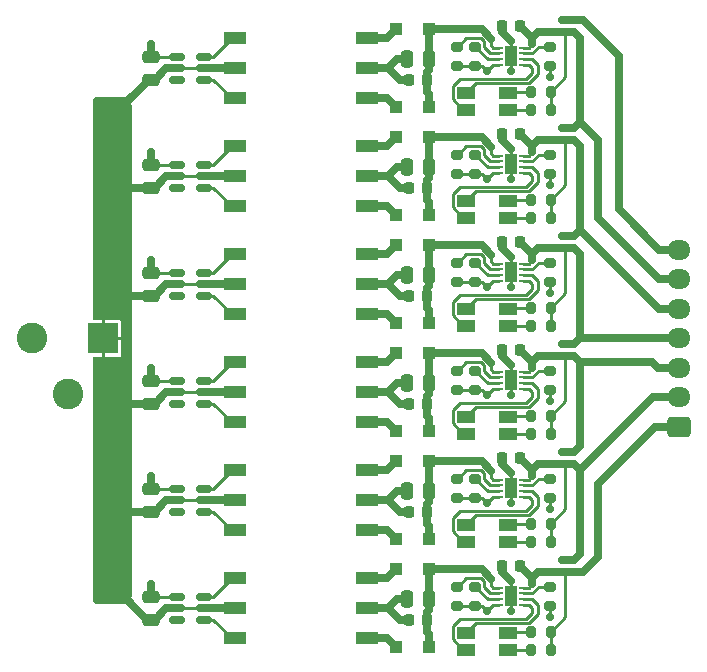
<source format=gtl>
%TF.GenerationSoftware,KiCad,Pcbnew,7.0.11+dfsg-1build4*%
%TF.CreationDate,2024-07-23T19:21:24-07:00*%
%TF.ProjectId,6s_750mA,36735f37-3530-46d4-912e-6b696361645f,rev?*%
%TF.SameCoordinates,Original*%
%TF.FileFunction,Copper,L1,Top*%
%TF.FilePolarity,Positive*%
%FSLAX46Y46*%
G04 Gerber Fmt 4.6, Leading zero omitted, Abs format (unit mm)*
G04 Created by KiCad (PCBNEW 7.0.11+dfsg-1build4) date 2024-07-23 19:21:24*
%MOMM*%
%LPD*%
G01*
G04 APERTURE LIST*
G04 Aperture macros list*
%AMRoundRect*
0 Rectangle with rounded corners*
0 $1 Rounding radius*
0 $2 $3 $4 $5 $6 $7 $8 $9 X,Y pos of 4 corners*
0 Add a 4 corners polygon primitive as box body*
4,1,4,$2,$3,$4,$5,$6,$7,$8,$9,$2,$3,0*
0 Add four circle primitives for the rounded corners*
1,1,$1+$1,$2,$3*
1,1,$1+$1,$4,$5*
1,1,$1+$1,$6,$7*
1,1,$1+$1,$8,$9*
0 Add four rect primitives between the rounded corners*
20,1,$1+$1,$2,$3,$4,$5,0*
20,1,$1+$1,$4,$5,$6,$7,0*
20,1,$1+$1,$6,$7,$8,$9,0*
20,1,$1+$1,$8,$9,$2,$3,0*%
G04 Aperture macros list end*
%TA.AperFunction,SMDPad,CuDef*%
%ADD10RoundRect,0.200000X-0.275000X0.200000X-0.275000X-0.200000X0.275000X-0.200000X0.275000X0.200000X0*%
%TD*%
%TA.AperFunction,SMDPad,CuDef*%
%ADD11RoundRect,0.150000X0.512500X0.150000X-0.512500X0.150000X-0.512500X-0.150000X0.512500X-0.150000X0*%
%TD*%
%TA.AperFunction,SMDPad,CuDef*%
%ADD12R,0.711200X0.279400*%
%TD*%
%TA.AperFunction,SMDPad,CuDef*%
%ADD13R,0.990600X1.701800*%
%TD*%
%TA.AperFunction,SMDPad,CuDef*%
%ADD14RoundRect,0.200000X0.200000X0.275000X-0.200000X0.275000X-0.200000X-0.275000X0.200000X-0.275000X0*%
%TD*%
%TA.AperFunction,SMDPad,CuDef*%
%ADD15R,1.500000X1.000000*%
%TD*%
%TA.AperFunction,SMDPad,CuDef*%
%ADD16R,1.830000X1.090000*%
%TD*%
%TA.AperFunction,SMDPad,CuDef*%
%ADD17RoundRect,0.054500X-0.860500X-0.490500X0.860500X-0.490500X0.860500X0.490500X-0.860500X0.490500X0*%
%TD*%
%TA.AperFunction,SMDPad,CuDef*%
%ADD18RoundRect,0.250000X0.300000X0.300000X-0.300000X0.300000X-0.300000X-0.300000X0.300000X-0.300000X0*%
%TD*%
%TA.AperFunction,SMDPad,CuDef*%
%ADD19RoundRect,0.250000X0.250000X0.475000X-0.250000X0.475000X-0.250000X-0.475000X0.250000X-0.475000X0*%
%TD*%
%TA.AperFunction,ComponentPad*%
%ADD20RoundRect,0.250000X0.725000X-0.600000X0.725000X0.600000X-0.725000X0.600000X-0.725000X-0.600000X0*%
%TD*%
%TA.AperFunction,ComponentPad*%
%ADD21O,1.950000X1.700000*%
%TD*%
%TA.AperFunction,SMDPad,CuDef*%
%ADD22RoundRect,0.225000X0.225000X0.250000X-0.225000X0.250000X-0.225000X-0.250000X0.225000X-0.250000X0*%
%TD*%
%TA.AperFunction,SMDPad,CuDef*%
%ADD23RoundRect,0.250000X0.475000X-0.250000X0.475000X0.250000X-0.475000X0.250000X-0.475000X-0.250000X0*%
%TD*%
%TA.AperFunction,ComponentPad*%
%ADD24R,2.600000X2.600000*%
%TD*%
%TA.AperFunction,ComponentPad*%
%ADD25C,2.600000*%
%TD*%
%TA.AperFunction,ViaPad*%
%ADD26C,0.711200*%
%TD*%
%TA.AperFunction,Conductor*%
%ADD27C,0.635000*%
%TD*%
%TA.AperFunction,Conductor*%
%ADD28C,0.254000*%
%TD*%
%TA.AperFunction,Conductor*%
%ADD29C,0.203200*%
%TD*%
G04 APERTURE END LIST*
D10*
%TO.P,R3,1*%
%TO.N,Net-(U2-VSET)*%
X185420000Y-108395000D03*
%TO.P,R3,2*%
%TO.N,/charger0/Vo-*%
X185420000Y-110045000D03*
%TD*%
D11*
%TO.P,U9,1,D1*%
%TO.N,Net-(U9-D1)*%
X156077500Y-74610000D03*
%TO.P,U9,2,VCC*%
%TO.N,+5V*%
X156077500Y-73660000D03*
%TO.P,U9,3,D2*%
%TO.N,Net-(U9-D2)*%
X156077500Y-72710000D03*
%TO.P,U9,4,GND*%
%TO.N,GND*%
X153802500Y-72710000D03*
%TO.P,U9,5,EN*%
%TO.N,+5V*%
X153802500Y-73660000D03*
%TO.P,U9,6,CLK*%
%TO.N,unconnected-(U9-CLK-Pad6)*%
X153802500Y-74610000D03*
%TD*%
D12*
%TO.P,U12,1,IN*%
%TO.N,Net-(D16-K)*%
X181114700Y-62749811D03*
%TO.P,U12,2,ISET*%
%TO.N,Net-(U12-ISET)*%
X181114700Y-63249937D03*
%TO.P,U12,3,TS*%
%TO.N,Net-(U12-TS)*%
X181114700Y-63750063D03*
%TO.P,U12,4,GND*%
%TO.N,/charger5/Vo-*%
X181114700Y-64250189D03*
%TO.P,U12,5,STAT*%
%TO.N,/charger5/STAT*%
X183121300Y-64250189D03*
%TO.P,U12,6,PG*%
%TO.N,/charger5/PG*%
X183121300Y-63750063D03*
%TO.P,U12,7,VSET*%
%TO.N,Net-(U12-VSET)*%
X183121300Y-63249937D03*
%TO.P,U12,8,OUT*%
%TO.N,/charger4/Vo-*%
X183121300Y-62749811D03*
D13*
%TO.P,U12,9,EPAD*%
%TO.N,/charger5/Vo-*%
X182118000Y-63500000D03*
%TD*%
D14*
%TO.P,R29,1*%
%TO.N,/charger4/Vo-*%
X185483000Y-66548000D03*
%TO.P,R29,2*%
%TO.N,Net-(D18-A2)*%
X183833000Y-66548000D03*
%TD*%
D15*
%TO.P,D9,1,A1*%
%TO.N,Net-(D9-A1)*%
X181836000Y-95442000D03*
%TO.P,D9,2,A2*%
%TO.N,Net-(D9-A2)*%
X181836000Y-94042000D03*
%TO.P,D9,3,K1*%
%TO.N,/charger2/PG*%
X178336000Y-94042000D03*
%TO.P,D9,4,K2*%
%TO.N,/charger2/STAT*%
X178336000Y-95442000D03*
%TD*%
D16*
%TO.P,TR5,1*%
%TO.N,Net-(U9-D2)*%
X158718000Y-71120000D03*
D17*
%TO.P,TR5,2*%
%TO.N,+5V*%
X158718000Y-73660000D03*
%TO.P,TR5,3*%
%TO.N,Net-(U9-D1)*%
X158718000Y-76200000D03*
%TO.P,TR5,4*%
%TO.N,Net-(D13-A)*%
X169958000Y-76200000D03*
%TO.P,TR5,5*%
%TO.N,/charger4/Vo-*%
X169958000Y-73660000D03*
%TO.P,TR5,6*%
%TO.N,Net-(D14-A)*%
X169958000Y-71120000D03*
%TD*%
D18*
%TO.P,D17,1,K*%
%TO.N,Net-(D16-K)*%
X175136000Y-61214000D03*
%TO.P,D17,2,A*%
%TO.N,Net-(D17-A)*%
X172336000Y-61214000D03*
%TD*%
D19*
%TO.P,C6,1*%
%TO.N,Net-(D4-K)*%
X175194000Y-100330000D03*
%TO.P,C6,2*%
%TO.N,/charger1/Vo-*%
X173294000Y-100330000D03*
%TD*%
D20*
%TO.P,J2,1,Pin_1*%
%TO.N,/charger0/Vo+*%
X196342000Y-94876000D03*
D21*
%TO.P,J2,2,Pin_2*%
%TO.N,/charger0/Vo-*%
X196342000Y-92376000D03*
%TO.P,J2,3,Pin_3*%
%TO.N,/charger1/Vo-*%
X196342000Y-89876000D03*
%TO.P,J2,4,Pin_4*%
%TO.N,/charger2/Vo-*%
X196342000Y-87376000D03*
%TO.P,J2,5,Pin_5*%
%TO.N,/charger3/Vo-*%
X196342000Y-84876000D03*
%TO.P,J2,6,Pin_6*%
%TO.N,/charger4/Vo-*%
X196342000Y-82376000D03*
%TO.P,J2,7,Pin_7*%
%TO.N,/charger5/Vo-*%
X196342000Y-79876000D03*
%TD*%
D16*
%TO.P,TR2,1*%
%TO.N,Net-(U3-D2)*%
X158718000Y-98552000D03*
D17*
%TO.P,TR2,2*%
%TO.N,+5V*%
X158718000Y-101092000D03*
%TO.P,TR2,3*%
%TO.N,Net-(U3-D1)*%
X158718000Y-103632000D03*
%TO.P,TR2,4*%
%TO.N,Net-(D4-A)*%
X169958000Y-103632000D03*
%TO.P,TR2,5*%
%TO.N,/charger1/Vo-*%
X169958000Y-101092000D03*
%TO.P,TR2,6*%
%TO.N,Net-(D5-A)*%
X169958000Y-98552000D03*
%TD*%
D11*
%TO.P,U7,1,D1*%
%TO.N,Net-(U7-D1)*%
X156077500Y-83754000D03*
%TO.P,U7,2,VCC*%
%TO.N,+5V*%
X156077500Y-82804000D03*
%TO.P,U7,3,D2*%
%TO.N,Net-(U7-D2)*%
X156077500Y-81854000D03*
%TO.P,U7,4,GND*%
%TO.N,GND*%
X153802500Y-81854000D03*
%TO.P,U7,5,EN*%
%TO.N,+5V*%
X153802500Y-82804000D03*
%TO.P,U7,6,CLK*%
%TO.N,unconnected-(U7-CLK-Pad6)*%
X153802500Y-83754000D03*
%TD*%
D18*
%TO.P,D1,1,K*%
%TO.N,Net-(D1-K)*%
X175136000Y-113538000D03*
%TO.P,D1,2,A*%
%TO.N,Net-(D1-A)*%
X172336000Y-113538000D03*
%TD*%
D19*
%TO.P,C2,1*%
%TO.N,Net-(D1-K)*%
X175194000Y-109474000D03*
%TO.P,C2,2*%
%TO.N,/charger0/Vo-*%
X173294000Y-109474000D03*
%TD*%
D18*
%TO.P,D11,1,K*%
%TO.N,Net-(D10-K)*%
X175136000Y-79502000D03*
%TO.P,D11,2,A*%
%TO.N,Net-(D11-A)*%
X172336000Y-79502000D03*
%TD*%
D10*
%TO.P,R7,1*%
%TO.N,Net-(U4-TS)*%
X179070000Y-99251000D03*
%TO.P,R7,2*%
%TO.N,/charger1/Vo-*%
X179070000Y-100901000D03*
%TD*%
D22*
%TO.P,C15,1*%
%TO.N,Net-(D10-K)*%
X175019000Y-83820000D03*
%TO.P,C15,2*%
%TO.N,/charger3/Vo-*%
X173469000Y-83820000D03*
%TD*%
%TO.P,C4,1*%
%TO.N,/charger0/Vo+*%
X182893000Y-106680000D03*
%TO.P,C4,2*%
%TO.N,/charger0/Vo-*%
X181343000Y-106680000D03*
%TD*%
D10*
%TO.P,R13,1*%
%TO.N,Net-(U6-VSET)*%
X185420000Y-90107000D03*
%TO.P,R13,2*%
%TO.N,/charger2/Vo-*%
X185420000Y-91757000D03*
%TD*%
D12*
%TO.P,U8,1,IN*%
%TO.N,Net-(D10-K)*%
X181114700Y-81037811D03*
%TO.P,U8,2,ISET*%
%TO.N,Net-(U8-ISET)*%
X181114700Y-81537937D03*
%TO.P,U8,3,TS*%
%TO.N,Net-(U8-TS)*%
X181114700Y-82038063D03*
%TO.P,U8,4,GND*%
%TO.N,/charger3/Vo-*%
X181114700Y-82538189D03*
%TO.P,U8,5,STAT*%
%TO.N,/charger3/STAT*%
X183121300Y-82538189D03*
%TO.P,U8,6,PG*%
%TO.N,/charger3/PG*%
X183121300Y-82038063D03*
%TO.P,U8,7,VSET*%
%TO.N,Net-(U8-VSET)*%
X183121300Y-81537937D03*
%TO.P,U8,8,OUT*%
%TO.N,/charger2/Vo-*%
X183121300Y-81037811D03*
D13*
%TO.P,U8,9,EPAD*%
%TO.N,/charger3/Vo-*%
X182118000Y-81788000D03*
%TD*%
D23*
%TO.P,C9,1*%
%TO.N,+5V*%
X151638000Y-92898000D03*
%TO.P,C9,2*%
%TO.N,GND*%
X151638000Y-90998000D03*
%TD*%
D16*
%TO.P,TR6,1*%
%TO.N,Net-(U11-D2)*%
X158718000Y-61976000D03*
D17*
%TO.P,TR6,2*%
%TO.N,+5V*%
X158718000Y-64516000D03*
%TO.P,TR6,3*%
%TO.N,Net-(U11-D1)*%
X158718000Y-67056000D03*
%TO.P,TR6,4*%
%TO.N,Net-(D16-A)*%
X169958000Y-67056000D03*
%TO.P,TR6,5*%
%TO.N,/charger5/Vo-*%
X169958000Y-64516000D03*
%TO.P,TR6,6*%
%TO.N,Net-(D17-A)*%
X169958000Y-61976000D03*
%TD*%
D22*
%TO.P,C12,1*%
%TO.N,/charger1/Vo-*%
X182893000Y-88392000D03*
%TO.P,C12,2*%
%TO.N,/charger2/Vo-*%
X181343000Y-88392000D03*
%TD*%
D23*
%TO.P,C13,1*%
%TO.N,+5V*%
X151638000Y-83754000D03*
%TO.P,C13,2*%
%TO.N,GND*%
X151638000Y-81854000D03*
%TD*%
D14*
%TO.P,R25,1*%
%TO.N,/charger3/Vo-*%
X185483000Y-77216000D03*
%TO.P,R25,2*%
%TO.N,Net-(D15-A1)*%
X183833000Y-77216000D03*
%TD*%
D18*
%TO.P,D8,1,K*%
%TO.N,Net-(D7-K)*%
X175136000Y-88646000D03*
%TO.P,D8,2,A*%
%TO.N,Net-(D8-A)*%
X172336000Y-88646000D03*
%TD*%
D15*
%TO.P,D12,1,A1*%
%TO.N,Net-(D12-A1)*%
X181836000Y-86298000D03*
%TO.P,D12,2,A2*%
%TO.N,Net-(D12-A2)*%
X181836000Y-84898000D03*
%TO.P,D12,3,K1*%
%TO.N,/charger3/PG*%
X178336000Y-84898000D03*
%TO.P,D12,4,K2*%
%TO.N,/charger3/STAT*%
X178336000Y-86298000D03*
%TD*%
D19*
%TO.P,C22,1*%
%TO.N,Net-(D16-K)*%
X175194000Y-63754000D03*
%TO.P,C22,2*%
%TO.N,/charger5/Vo-*%
X173294000Y-63754000D03*
%TD*%
D15*
%TO.P,D6,1,A1*%
%TO.N,Net-(D6-A1)*%
X181836000Y-104586000D03*
%TO.P,D6,2,A2*%
%TO.N,Net-(D6-A2)*%
X181836000Y-103186000D03*
%TO.P,D6,3,K1*%
%TO.N,/charger1/PG*%
X178336000Y-103186000D03*
%TO.P,D6,4,K2*%
%TO.N,/charger1/STAT*%
X178336000Y-104586000D03*
%TD*%
D11*
%TO.P,U1,1,D1*%
%TO.N,Net-(U1-D1)*%
X156077500Y-111186000D03*
%TO.P,U1,2,VCC*%
%TO.N,+5V*%
X156077500Y-110236000D03*
%TO.P,U1,3,D2*%
%TO.N,Net-(U1-D2)*%
X156077500Y-109286000D03*
%TO.P,U1,4,GND*%
%TO.N,GND*%
X153802500Y-109286000D03*
%TO.P,U1,5,EN*%
%TO.N,+5V*%
X153802500Y-110236000D03*
%TO.P,U1,6,CLK*%
%TO.N,unconnected-(U1-CLK-Pad6)*%
X153802500Y-111186000D03*
%TD*%
%TO.P,U11,1,D1*%
%TO.N,Net-(U11-D1)*%
X156077500Y-65466000D03*
%TO.P,U11,2,VCC*%
%TO.N,+5V*%
X156077500Y-64516000D03*
%TO.P,U11,3,D2*%
%TO.N,Net-(U11-D2)*%
X156077500Y-63566000D03*
%TO.P,U11,4,GND*%
%TO.N,GND*%
X153802500Y-63566000D03*
%TO.P,U11,5,EN*%
%TO.N,+5V*%
X153802500Y-64516000D03*
%TO.P,U11,6,CLK*%
%TO.N,unconnected-(U11-CLK-Pad6)*%
X153802500Y-65466000D03*
%TD*%
D16*
%TO.P,TR3,1*%
%TO.N,Net-(U5-D2)*%
X158718000Y-89408000D03*
D17*
%TO.P,TR3,2*%
%TO.N,+5V*%
X158718000Y-91948000D03*
%TO.P,TR3,3*%
%TO.N,Net-(U5-D1)*%
X158718000Y-94488000D03*
%TO.P,TR3,4*%
%TO.N,Net-(D7-A)*%
X169958000Y-94488000D03*
%TO.P,TR3,5*%
%TO.N,/charger2/Vo-*%
X169958000Y-91948000D03*
%TO.P,TR3,6*%
%TO.N,Net-(D8-A)*%
X169958000Y-89408000D03*
%TD*%
D23*
%TO.P,C1,1*%
%TO.N,+5V*%
X151638000Y-111186000D03*
%TO.P,C1,2*%
%TO.N,GND*%
X151638000Y-109286000D03*
%TD*%
D14*
%TO.P,R9,1*%
%TO.N,/charger0/Vo-*%
X185483000Y-103124000D03*
%TO.P,R9,2*%
%TO.N,Net-(D6-A2)*%
X183833000Y-103124000D03*
%TD*%
D22*
%TO.P,C24,1*%
%TO.N,/charger4/Vo-*%
X182893000Y-60960000D03*
%TO.P,C24,2*%
%TO.N,/charger5/Vo-*%
X181343000Y-60960000D03*
%TD*%
D18*
%TO.P,D14,1,K*%
%TO.N,Net-(D13-K)*%
X175136000Y-70358000D03*
%TO.P,D14,2,A*%
%TO.N,Net-(D14-A)*%
X172336000Y-70358000D03*
%TD*%
D12*
%TO.P,U4,1,IN*%
%TO.N,Net-(D4-K)*%
X181114700Y-99325811D03*
%TO.P,U4,2,ISET*%
%TO.N,Net-(U4-ISET)*%
X181114700Y-99825937D03*
%TO.P,U4,3,TS*%
%TO.N,Net-(U4-TS)*%
X181114700Y-100326063D03*
%TO.P,U4,4,GND*%
%TO.N,/charger1/Vo-*%
X181114700Y-100826189D03*
%TO.P,U4,5,STAT*%
%TO.N,/charger1/STAT*%
X183121300Y-100826189D03*
%TO.P,U4,6,PG*%
%TO.N,/charger1/PG*%
X183121300Y-100326063D03*
%TO.P,U4,7,VSET*%
%TO.N,Net-(U4-VSET)*%
X183121300Y-99825937D03*
%TO.P,U4,8,OUT*%
%TO.N,/charger0/Vo-*%
X183121300Y-99325811D03*
D13*
%TO.P,U4,9,EPAD*%
%TO.N,/charger1/Vo-*%
X182118000Y-100076000D03*
%TD*%
D19*
%TO.P,C14,1*%
%TO.N,Net-(D10-K)*%
X175194000Y-82042000D03*
%TO.P,C14,2*%
%TO.N,/charger3/Vo-*%
X173294000Y-82042000D03*
%TD*%
D24*
%TO.P,J1,1*%
%TO.N,+5V*%
X147574000Y-87376000D03*
D25*
%TO.P,J1,2*%
%TO.N,GND*%
X141574000Y-87376000D03*
%TO.P,J1,3*%
X144574000Y-92076000D03*
%TD*%
D10*
%TO.P,R8,1*%
%TO.N,Net-(U4-VSET)*%
X185420000Y-99251000D03*
%TO.P,R8,2*%
%TO.N,/charger1/Vo-*%
X185420000Y-100901000D03*
%TD*%
D18*
%TO.P,D4,1,K*%
%TO.N,Net-(D4-K)*%
X175136000Y-104394000D03*
%TO.P,D4,2,A*%
%TO.N,Net-(D4-A)*%
X172336000Y-104394000D03*
%TD*%
D10*
%TO.P,R16,1*%
%TO.N,Net-(U8-ISET)*%
X177546000Y-80963000D03*
%TO.P,R16,2*%
%TO.N,/charger3/Vo-*%
X177546000Y-82613000D03*
%TD*%
D15*
%TO.P,D15,1,A1*%
%TO.N,Net-(D15-A1)*%
X181836000Y-77154000D03*
%TO.P,D15,2,A2*%
%TO.N,Net-(D15-A2)*%
X181836000Y-75754000D03*
%TO.P,D15,3,K1*%
%TO.N,/charger4/PG*%
X178336000Y-75754000D03*
%TO.P,D15,4,K2*%
%TO.N,/charger4/STAT*%
X178336000Y-77154000D03*
%TD*%
D10*
%TO.P,R12,1*%
%TO.N,Net-(U6-TS)*%
X179070000Y-90107000D03*
%TO.P,R12,2*%
%TO.N,/charger2/Vo-*%
X179070000Y-91757000D03*
%TD*%
%TO.P,R2,1*%
%TO.N,Net-(U2-TS)*%
X179070000Y-108395000D03*
%TO.P,R2,2*%
%TO.N,/charger0/Vo-*%
X179070000Y-110045000D03*
%TD*%
D18*
%TO.P,D2,1,K*%
%TO.N,Net-(D1-K)*%
X175136000Y-106934000D03*
%TO.P,D2,2,A*%
%TO.N,Net-(D2-A)*%
X172336000Y-106934000D03*
%TD*%
D14*
%TO.P,R5,1*%
%TO.N,/charger0/Vo+*%
X185483000Y-113792000D03*
%TO.P,R5,2*%
%TO.N,Net-(D3-A1)*%
X183833000Y-113792000D03*
%TD*%
D23*
%TO.P,C17,1*%
%TO.N,+5V*%
X151638000Y-74610000D03*
%TO.P,C17,2*%
%TO.N,GND*%
X151638000Y-72710000D03*
%TD*%
D22*
%TO.P,C19,1*%
%TO.N,Net-(D13-K)*%
X175019000Y-74676000D03*
%TO.P,C19,2*%
%TO.N,/charger4/Vo-*%
X173469000Y-74676000D03*
%TD*%
D11*
%TO.P,U5,1,D1*%
%TO.N,Net-(U5-D1)*%
X156077500Y-92898000D03*
%TO.P,U5,2,VCC*%
%TO.N,+5V*%
X156077500Y-91948000D03*
%TO.P,U5,3,D2*%
%TO.N,Net-(U5-D2)*%
X156077500Y-90998000D03*
%TO.P,U5,4,GND*%
%TO.N,GND*%
X153802500Y-90998000D03*
%TO.P,U5,5,EN*%
%TO.N,+5V*%
X153802500Y-91948000D03*
%TO.P,U5,6,CLK*%
%TO.N,unconnected-(U5-CLK-Pad6)*%
X153802500Y-92898000D03*
%TD*%
D10*
%TO.P,R21,1*%
%TO.N,Net-(U10-ISET)*%
X177546000Y-71819000D03*
%TO.P,R21,2*%
%TO.N,/charger4/Vo-*%
X177546000Y-73469000D03*
%TD*%
D14*
%TO.P,R4,1*%
%TO.N,/charger0/Vo+*%
X185483000Y-112268000D03*
%TO.P,R4,2*%
%TO.N,Net-(D3-A2)*%
X183833000Y-112268000D03*
%TD*%
D18*
%TO.P,D10,1,K*%
%TO.N,Net-(D10-K)*%
X175136000Y-86106000D03*
%TO.P,D10,2,A*%
%TO.N,Net-(D10-A)*%
X172336000Y-86106000D03*
%TD*%
D10*
%TO.P,R1,1*%
%TO.N,Net-(U2-ISET)*%
X177546000Y-108395000D03*
%TO.P,R1,2*%
%TO.N,/charger0/Vo-*%
X177546000Y-110045000D03*
%TD*%
D14*
%TO.P,R24,1*%
%TO.N,/charger3/Vo-*%
X185483000Y-75692000D03*
%TO.P,R24,2*%
%TO.N,Net-(D15-A2)*%
X183833000Y-75692000D03*
%TD*%
D10*
%TO.P,R18,1*%
%TO.N,Net-(U8-VSET)*%
X185420000Y-80963000D03*
%TO.P,R18,2*%
%TO.N,/charger3/Vo-*%
X185420000Y-82613000D03*
%TD*%
D23*
%TO.P,C21,1*%
%TO.N,+5V*%
X151638000Y-65466000D03*
%TO.P,C21,2*%
%TO.N,GND*%
X151638000Y-63566000D03*
%TD*%
D14*
%TO.P,R10,1*%
%TO.N,/charger0/Vo-*%
X185483000Y-104648000D03*
%TO.P,R10,2*%
%TO.N,Net-(D6-A1)*%
X183833000Y-104648000D03*
%TD*%
D22*
%TO.P,C23,1*%
%TO.N,Net-(D16-K)*%
X175019000Y-65532000D03*
%TO.P,C23,2*%
%TO.N,/charger5/Vo-*%
X173469000Y-65532000D03*
%TD*%
D12*
%TO.P,U10,1,IN*%
%TO.N,Net-(D13-K)*%
X181114700Y-71893811D03*
%TO.P,U10,2,ISET*%
%TO.N,Net-(U10-ISET)*%
X181114700Y-72393937D03*
%TO.P,U10,3,TS*%
%TO.N,Net-(U10-TS)*%
X181114700Y-72894063D03*
%TO.P,U10,4,GND*%
%TO.N,/charger4/Vo-*%
X181114700Y-73394189D03*
%TO.P,U10,5,STAT*%
%TO.N,/charger4/STAT*%
X183121300Y-73394189D03*
%TO.P,U10,6,PG*%
%TO.N,/charger4/PG*%
X183121300Y-72894063D03*
%TO.P,U10,7,VSET*%
%TO.N,Net-(U10-VSET)*%
X183121300Y-72393937D03*
%TO.P,U10,8,OUT*%
%TO.N,/charger3/Vo-*%
X183121300Y-71893811D03*
D13*
%TO.P,U10,9,EPAD*%
%TO.N,/charger4/Vo-*%
X182118000Y-72644000D03*
%TD*%
D14*
%TO.P,R15,1*%
%TO.N,/charger1/Vo-*%
X185483000Y-95504000D03*
%TO.P,R15,2*%
%TO.N,Net-(D9-A1)*%
X183833000Y-95504000D03*
%TD*%
D22*
%TO.P,C7,1*%
%TO.N,Net-(D4-K)*%
X175019000Y-102108000D03*
%TO.P,C7,2*%
%TO.N,/charger1/Vo-*%
X173469000Y-102108000D03*
%TD*%
%TO.P,C8,1*%
%TO.N,/charger0/Vo-*%
X182893000Y-97536000D03*
%TO.P,C8,2*%
%TO.N,/charger1/Vo-*%
X181343000Y-97536000D03*
%TD*%
D11*
%TO.P,U3,1,D1*%
%TO.N,Net-(U3-D1)*%
X156077500Y-102042000D03*
%TO.P,U3,2,VCC*%
%TO.N,+5V*%
X156077500Y-101092000D03*
%TO.P,U3,3,D2*%
%TO.N,Net-(U3-D2)*%
X156077500Y-100142000D03*
%TO.P,U3,4,GND*%
%TO.N,GND*%
X153802500Y-100142000D03*
%TO.P,U3,5,EN*%
%TO.N,+5V*%
X153802500Y-101092000D03*
%TO.P,U3,6,CLK*%
%TO.N,unconnected-(U3-CLK-Pad6)*%
X153802500Y-102042000D03*
%TD*%
D18*
%TO.P,D13,1,K*%
%TO.N,Net-(D13-K)*%
X175136000Y-76962000D03*
%TO.P,D13,2,A*%
%TO.N,Net-(D13-A)*%
X172336000Y-76962000D03*
%TD*%
D22*
%TO.P,C11,1*%
%TO.N,Net-(D7-K)*%
X175019000Y-92964000D03*
%TO.P,C11,2*%
%TO.N,/charger2/Vo-*%
X173469000Y-92964000D03*
%TD*%
D10*
%TO.P,R28,1*%
%TO.N,Net-(U12-VSET)*%
X185420000Y-62675000D03*
%TO.P,R28,2*%
%TO.N,/charger5/Vo-*%
X185420000Y-64325000D03*
%TD*%
D22*
%TO.P,C3,1*%
%TO.N,Net-(D1-K)*%
X175019000Y-111252000D03*
%TO.P,C3,2*%
%TO.N,/charger0/Vo-*%
X173469000Y-111252000D03*
%TD*%
%TO.P,C16,1*%
%TO.N,/charger2/Vo-*%
X182893000Y-79248000D03*
%TO.P,C16,2*%
%TO.N,/charger3/Vo-*%
X181343000Y-79248000D03*
%TD*%
D10*
%TO.P,R26,1*%
%TO.N,Net-(U12-ISET)*%
X177546000Y-62675000D03*
%TO.P,R26,2*%
%TO.N,/charger5/Vo-*%
X177546000Y-64325000D03*
%TD*%
%TO.P,R22,1*%
%TO.N,Net-(U10-TS)*%
X179070000Y-71819000D03*
%TO.P,R22,2*%
%TO.N,/charger4/Vo-*%
X179070000Y-73469000D03*
%TD*%
%TO.P,R17,1*%
%TO.N,Net-(U8-TS)*%
X179070000Y-80963000D03*
%TO.P,R17,2*%
%TO.N,/charger3/Vo-*%
X179070000Y-82613000D03*
%TD*%
D19*
%TO.P,C18,1*%
%TO.N,Net-(D13-K)*%
X175194000Y-72898000D03*
%TO.P,C18,2*%
%TO.N,/charger4/Vo-*%
X173294000Y-72898000D03*
%TD*%
D14*
%TO.P,R30,1*%
%TO.N,/charger4/Vo-*%
X185483000Y-68072000D03*
%TO.P,R30,2*%
%TO.N,Net-(D18-A1)*%
X183833000Y-68072000D03*
%TD*%
D10*
%TO.P,R23,1*%
%TO.N,Net-(U10-VSET)*%
X185420000Y-71819000D03*
%TO.P,R23,2*%
%TO.N,/charger4/Vo-*%
X185420000Y-73469000D03*
%TD*%
D15*
%TO.P,D18,1,A1*%
%TO.N,Net-(D18-A1)*%
X181836000Y-68010000D03*
%TO.P,D18,2,A2*%
%TO.N,Net-(D18-A2)*%
X181836000Y-66610000D03*
%TO.P,D18,3,K1*%
%TO.N,/charger5/PG*%
X178336000Y-66610000D03*
%TO.P,D18,4,K2*%
%TO.N,/charger5/STAT*%
X178336000Y-68010000D03*
%TD*%
D18*
%TO.P,D7,1,K*%
%TO.N,Net-(D7-K)*%
X175136000Y-95250000D03*
%TO.P,D7,2,A*%
%TO.N,Net-(D7-A)*%
X172336000Y-95250000D03*
%TD*%
D23*
%TO.P,C5,1*%
%TO.N,+5V*%
X151638000Y-102042000D03*
%TO.P,C5,2*%
%TO.N,GND*%
X151638000Y-100142000D03*
%TD*%
D14*
%TO.P,R14,1*%
%TO.N,/charger1/Vo-*%
X185483000Y-93980000D03*
%TO.P,R14,2*%
%TO.N,Net-(D9-A2)*%
X183833000Y-93980000D03*
%TD*%
D16*
%TO.P,TR4,1*%
%TO.N,Net-(U7-D2)*%
X158718000Y-80264000D03*
D17*
%TO.P,TR4,2*%
%TO.N,+5V*%
X158718000Y-82804000D03*
%TO.P,TR4,3*%
%TO.N,Net-(U7-D1)*%
X158718000Y-85344000D03*
%TO.P,TR4,4*%
%TO.N,Net-(D10-A)*%
X169958000Y-85344000D03*
%TO.P,TR4,5*%
%TO.N,/charger3/Vo-*%
X169958000Y-82804000D03*
%TO.P,TR4,6*%
%TO.N,Net-(D11-A)*%
X169958000Y-80264000D03*
%TD*%
D18*
%TO.P,D16,1,K*%
%TO.N,Net-(D16-K)*%
X175136000Y-67818000D03*
%TO.P,D16,2,A*%
%TO.N,Net-(D16-A)*%
X172336000Y-67818000D03*
%TD*%
D19*
%TO.P,C10,1*%
%TO.N,Net-(D7-K)*%
X175194000Y-91186000D03*
%TO.P,C10,2*%
%TO.N,/charger2/Vo-*%
X173294000Y-91186000D03*
%TD*%
D18*
%TO.P,D5,1,K*%
%TO.N,Net-(D4-K)*%
X175136000Y-97790000D03*
%TO.P,D5,2,A*%
%TO.N,Net-(D5-A)*%
X172336000Y-97790000D03*
%TD*%
D14*
%TO.P,R20,1*%
%TO.N,/charger2/Vo-*%
X185483000Y-86360000D03*
%TO.P,R20,2*%
%TO.N,Net-(D12-A1)*%
X183833000Y-86360000D03*
%TD*%
D12*
%TO.P,U6,1,IN*%
%TO.N,Net-(D7-K)*%
X181114700Y-90181811D03*
%TO.P,U6,2,ISET*%
%TO.N,Net-(U6-ISET)*%
X181114700Y-90681937D03*
%TO.P,U6,3,TS*%
%TO.N,Net-(U6-TS)*%
X181114700Y-91182063D03*
%TO.P,U6,4,GND*%
%TO.N,/charger2/Vo-*%
X181114700Y-91682189D03*
%TO.P,U6,5,STAT*%
%TO.N,/charger2/STAT*%
X183121300Y-91682189D03*
%TO.P,U6,6,PG*%
%TO.N,/charger2/PG*%
X183121300Y-91182063D03*
%TO.P,U6,7,VSET*%
%TO.N,Net-(U6-VSET)*%
X183121300Y-90681937D03*
%TO.P,U6,8,OUT*%
%TO.N,/charger1/Vo-*%
X183121300Y-90181811D03*
D13*
%TO.P,U6,9,EPAD*%
%TO.N,/charger2/Vo-*%
X182118000Y-90932000D03*
%TD*%
D15*
%TO.P,D3,1,A1*%
%TO.N,Net-(D3-A1)*%
X181836000Y-113730000D03*
%TO.P,D3,2,A2*%
%TO.N,Net-(D3-A2)*%
X181836000Y-112330000D03*
%TO.P,D3,3,K1*%
%TO.N,/charger0/PG*%
X178336000Y-112330000D03*
%TO.P,D3,4,K2*%
%TO.N,/charger0/STAT*%
X178336000Y-113730000D03*
%TD*%
D16*
%TO.P,TR1,1*%
%TO.N,Net-(U1-D2)*%
X158718000Y-107696000D03*
D17*
%TO.P,TR1,2*%
%TO.N,+5V*%
X158718000Y-110236000D03*
%TO.P,TR1,3*%
%TO.N,Net-(U1-D1)*%
X158718000Y-112776000D03*
%TO.P,TR1,4*%
%TO.N,Net-(D1-A)*%
X169958000Y-112776000D03*
%TO.P,TR1,5*%
%TO.N,/charger0/Vo-*%
X169958000Y-110236000D03*
%TO.P,TR1,6*%
%TO.N,Net-(D2-A)*%
X169958000Y-107696000D03*
%TD*%
D12*
%TO.P,U2,1,IN*%
%TO.N,Net-(D1-K)*%
X181114700Y-108469811D03*
%TO.P,U2,2,ISET*%
%TO.N,Net-(U2-ISET)*%
X181114700Y-108969937D03*
%TO.P,U2,3,TS*%
%TO.N,Net-(U2-TS)*%
X181114700Y-109470063D03*
%TO.P,U2,4,GND*%
%TO.N,/charger0/Vo-*%
X181114700Y-109970189D03*
%TO.P,U2,5,STAT*%
%TO.N,/charger0/STAT*%
X183121300Y-109970189D03*
%TO.P,U2,6,PG*%
%TO.N,/charger0/PG*%
X183121300Y-109470063D03*
%TO.P,U2,7,VSET*%
%TO.N,Net-(U2-VSET)*%
X183121300Y-108969937D03*
%TO.P,U2,8,OUT*%
%TO.N,/charger0/Vo+*%
X183121300Y-108469811D03*
D13*
%TO.P,U2,9,EPAD*%
%TO.N,/charger0/Vo-*%
X182118000Y-109220000D03*
%TD*%
D10*
%TO.P,R27,1*%
%TO.N,Net-(U12-TS)*%
X179070000Y-62675000D03*
%TO.P,R27,2*%
%TO.N,/charger5/Vo-*%
X179070000Y-64325000D03*
%TD*%
%TO.P,R11,1*%
%TO.N,Net-(U6-ISET)*%
X177546000Y-90107000D03*
%TO.P,R11,2*%
%TO.N,/charger2/Vo-*%
X177546000Y-91757000D03*
%TD*%
D22*
%TO.P,C20,1*%
%TO.N,/charger3/Vo-*%
X182893000Y-70104000D03*
%TO.P,C20,2*%
%TO.N,/charger4/Vo-*%
X181343000Y-70104000D03*
%TD*%
D14*
%TO.P,R19,1*%
%TO.N,/charger2/Vo-*%
X185483000Y-84836000D03*
%TO.P,R19,2*%
%TO.N,Net-(D12-A2)*%
X183833000Y-84836000D03*
%TD*%
D10*
%TO.P,R6,1*%
%TO.N,Net-(U4-ISET)*%
X177546000Y-99251000D03*
%TO.P,R6,2*%
%TO.N,/charger1/Vo-*%
X177546000Y-100901000D03*
%TD*%
D26*
%TO.N,GND*%
X151638000Y-89916000D03*
X151638000Y-62484000D03*
X151638000Y-108204000D03*
X151638000Y-71628000D03*
X151638000Y-99060000D03*
X151638000Y-80772000D03*
%TO.N,/charger0/Vo-*%
X171704000Y-110236000D03*
X186436000Y-106172000D03*
X182118000Y-107950000D03*
X180086000Y-110490000D03*
X185420000Y-110998000D03*
X182118000Y-110490000D03*
%TO.N,/charger1/Vo-*%
X185420000Y-101854000D03*
X186436000Y-97028000D03*
X180086000Y-101346000D03*
X182118000Y-98806000D03*
X171704000Y-101092000D03*
X182118000Y-101346000D03*
%TO.N,/charger2/Vo-*%
X186436000Y-87884000D03*
X182118000Y-89662000D03*
X185420000Y-92710000D03*
X171704000Y-91948000D03*
X182118000Y-92202000D03*
X180086000Y-92202000D03*
%TO.N,/charger3/Vo-*%
X182118000Y-83058000D03*
X186436000Y-78740000D03*
X171704000Y-82804000D03*
X185420000Y-83566000D03*
X180086000Y-83058000D03*
X182118000Y-80518000D03*
%TO.N,/charger4/Vo-*%
X180086000Y-73914000D03*
X186436000Y-69596000D03*
X182118000Y-73914000D03*
X182118000Y-71374000D03*
X185420000Y-74422000D03*
X171704000Y-73660000D03*
%TO.N,/charger5/Vo-*%
X182118000Y-62230000D03*
X186436000Y-60452000D03*
X171704000Y-64516000D03*
X180086000Y-64770000D03*
X182118000Y-64770000D03*
X185420000Y-65278000D03*
%TD*%
D27*
%TO.N,+5V*%
X151638000Y-74610000D02*
X147640000Y-74610000D01*
X151638000Y-83754000D02*
X151958000Y-83754000D01*
D28*
X147574000Y-74676000D02*
X147574000Y-69342000D01*
D27*
X147640000Y-102042000D02*
X147574000Y-102108000D01*
D28*
X153802500Y-64516000D02*
X156077500Y-64516000D01*
D27*
X151638000Y-102042000D02*
X147640000Y-102042000D01*
X156077500Y-101092000D02*
X158718000Y-101092000D01*
D28*
X147574000Y-83820000D02*
X147574000Y-74676000D01*
D27*
X156077500Y-82804000D02*
X158718000Y-82804000D01*
X151958000Y-102042000D02*
X152908000Y-101092000D01*
X151638000Y-74610000D02*
X151958000Y-74610000D01*
X156077500Y-64516000D02*
X158718000Y-64516000D01*
X147574000Y-69342000D02*
X151450000Y-65466000D01*
X151638000Y-111186000D02*
X151318000Y-111186000D01*
D28*
X153802500Y-110236000D02*
X156077500Y-110236000D01*
D27*
X147640000Y-92898000D02*
X147574000Y-92964000D01*
D28*
X147574000Y-87376000D02*
X147574000Y-83820000D01*
D27*
X151958000Y-65466000D02*
X152908000Y-64516000D01*
X152908000Y-64516000D02*
X153802500Y-64516000D01*
X152908000Y-110236000D02*
X153802500Y-110236000D01*
D28*
X153802500Y-82804000D02*
X156077500Y-82804000D01*
D27*
X147640000Y-83754000D02*
X147574000Y-83820000D01*
X151958000Y-92898000D02*
X152908000Y-91948000D01*
X151638000Y-92898000D02*
X151958000Y-92898000D01*
X151638000Y-65466000D02*
X151958000Y-65466000D01*
X152908000Y-91948000D02*
X153802500Y-91948000D01*
X151638000Y-111186000D02*
X151958000Y-111186000D01*
X151638000Y-102042000D02*
X151958000Y-102042000D01*
X151450000Y-65466000D02*
X151638000Y-65466000D01*
X156077500Y-73660000D02*
X158718000Y-73660000D01*
X156077500Y-110236000D02*
X158718000Y-110236000D01*
X151958000Y-111186000D02*
X152908000Y-110236000D01*
X152908000Y-82804000D02*
X153802500Y-82804000D01*
X147640000Y-74610000D02*
X147574000Y-74676000D01*
D28*
X153802500Y-101092000D02*
X156077500Y-101092000D01*
D27*
X152908000Y-101092000D02*
X153802500Y-101092000D01*
D28*
X147574000Y-107442000D02*
X147574000Y-102108000D01*
D27*
X151638000Y-92898000D02*
X147640000Y-92898000D01*
X151318000Y-111186000D02*
X147574000Y-107442000D01*
X156077500Y-91948000D02*
X158718000Y-91948000D01*
X152908000Y-73660000D02*
X153802500Y-73660000D01*
X151958000Y-83754000D02*
X152908000Y-82804000D01*
D28*
X153802500Y-91948000D02*
X156077500Y-91948000D01*
X147574000Y-102108000D02*
X147574000Y-87376000D01*
D27*
X151958000Y-74610000D02*
X152908000Y-73660000D01*
X151638000Y-83754000D02*
X147640000Y-83754000D01*
D28*
X153802500Y-73660000D02*
X156077500Y-73660000D01*
D27*
%TO.N,GND*%
X151638000Y-90998000D02*
X151638000Y-89916000D01*
D28*
X153802500Y-63566000D02*
X151638000Y-63566000D01*
D27*
X151638000Y-109286000D02*
X151638000Y-108204000D01*
X151638000Y-63566000D02*
X151638000Y-62484000D01*
D28*
X153802500Y-100142000D02*
X151638000Y-100142000D01*
X153802500Y-81854000D02*
X151638000Y-81854000D01*
D27*
X151638000Y-100142000D02*
X151638000Y-99060000D01*
D28*
X153802500Y-109286000D02*
X151638000Y-109286000D01*
X153802500Y-90998000D02*
X151638000Y-90998000D01*
D27*
X151638000Y-81854000D02*
X151638000Y-80772000D01*
X151638000Y-72710000D02*
X151638000Y-71628000D01*
D28*
X153802500Y-72710000D02*
X151638000Y-72710000D01*
D27*
%TO.N,Net-(D1-K)*%
X175136000Y-109416000D02*
X175194000Y-109474000D01*
D28*
X180403500Y-108267500D02*
X180605811Y-108469811D01*
D27*
X175006000Y-112268000D02*
X175019000Y-112255000D01*
X175136000Y-113538000D02*
X175136000Y-112398000D01*
X175019000Y-112255000D02*
X175019000Y-111252000D01*
D28*
X181114700Y-108469811D02*
X180605811Y-108469811D01*
D27*
X175194000Y-110403600D02*
X175194000Y-109474000D01*
X175019000Y-110578600D02*
X175194000Y-110403600D01*
X175136000Y-112398000D02*
X175006000Y-112268000D01*
X175136000Y-106934000D02*
X175136000Y-109416000D01*
X180403500Y-107713277D02*
X179624224Y-106934000D01*
X175019000Y-111252000D02*
X175019000Y-110578600D01*
D28*
X180403500Y-107713277D02*
X180403500Y-108267500D01*
D27*
X179624224Y-106934000D02*
X175136000Y-106934000D01*
%TO.N,/charger0/Vo-*%
X183896000Y-98539000D02*
X184391000Y-98044000D01*
D28*
X179641000Y-110045000D02*
X179070000Y-110045000D01*
D27*
X184391000Y-98044000D02*
X186690000Y-98044000D01*
D28*
X181114700Y-109970189D02*
X180605811Y-109970189D01*
X182118000Y-109220000D02*
X182118000Y-110490000D01*
D27*
X187960000Y-105664000D02*
X187452000Y-106172000D01*
X182118000Y-107950000D02*
X181343000Y-107175000D01*
X181343000Y-107175000D02*
X181343000Y-106680000D01*
X169958000Y-110236000D02*
X171704000Y-110236000D01*
X187960000Y-98552000D02*
X187960000Y-105664000D01*
D28*
X185483000Y-104648000D02*
X185483000Y-103124000D01*
D27*
X172720000Y-111252000D02*
X173469000Y-111252000D01*
X183896000Y-99013776D02*
X183872888Y-99036888D01*
X173294000Y-109474000D02*
X172466000Y-109474000D01*
X194136000Y-92376000D02*
X187960000Y-98552000D01*
X186436000Y-106172000D02*
X187452000Y-106172000D01*
X171704000Y-110236000D02*
X172720000Y-111252000D01*
D28*
X186690000Y-101854000D02*
X186690000Y-98044000D01*
D27*
X186690000Y-98044000D02*
X187452000Y-98044000D01*
D28*
X183121300Y-99325811D02*
X183630189Y-99325811D01*
X185483000Y-103061000D02*
X186690000Y-101854000D01*
X180086000Y-110490000D02*
X179641000Y-110045000D01*
D27*
X173469000Y-109649000D02*
X173294000Y-109474000D01*
X172466000Y-109474000D02*
X171704000Y-110236000D01*
X187452000Y-98044000D02*
X187960000Y-98552000D01*
D28*
X180605811Y-109970189D02*
X180086000Y-110490000D01*
X179070000Y-110045000D02*
X177546000Y-110045000D01*
D27*
X196342000Y-92376000D02*
X194136000Y-92376000D01*
D28*
X185483000Y-103124000D02*
X185483000Y-103061000D01*
D27*
X183896000Y-98539000D02*
X182893000Y-97536000D01*
D29*
X181113811Y-109970189D02*
X181102000Y-109982000D01*
D28*
X183630189Y-99325811D02*
X183896000Y-99060000D01*
D27*
X183896000Y-98539000D02*
X183896000Y-99013776D01*
D28*
X182118000Y-109220000D02*
X182118000Y-107950000D01*
X185420000Y-110998000D02*
X185420000Y-110045000D01*
D27*
%TO.N,/charger0/Vo+*%
X186690000Y-107188000D02*
X188214000Y-107188000D01*
X188214000Y-107188000D02*
X189484000Y-105918000D01*
D28*
X185483000Y-112205000D02*
X186690000Y-110998000D01*
D27*
X183896000Y-107683000D02*
X182893000Y-106680000D01*
D28*
X185483000Y-112268000D02*
X185483000Y-112205000D01*
D27*
X183896000Y-108157776D02*
X183872888Y-108180888D01*
X189484000Y-105918000D02*
X189484000Y-99695000D01*
X189484000Y-99695000D02*
X194303000Y-94876000D01*
D28*
X183630189Y-108469811D02*
X183896000Y-108204000D01*
D27*
X183896000Y-107683000D02*
X183896000Y-108157776D01*
D28*
X185483000Y-113792000D02*
X185483000Y-112268000D01*
D27*
X183896000Y-107683000D02*
X184391000Y-107188000D01*
D28*
X186690000Y-110998000D02*
X186690000Y-107188000D01*
D27*
X194303000Y-94876000D02*
X196342000Y-94876000D01*
X184391000Y-107188000D02*
X186690000Y-107188000D01*
D28*
X183121300Y-108469811D02*
X183630189Y-108469811D01*
D27*
%TO.N,Net-(D4-K)*%
X175136000Y-103254000D02*
X175006000Y-103124000D01*
X179624224Y-97790000D02*
X175136000Y-97790000D01*
D28*
X181114700Y-99325811D02*
X180605811Y-99325811D01*
D27*
X175136000Y-104394000D02*
X175136000Y-103254000D01*
X175136000Y-97790000D02*
X175136000Y-100272000D01*
X175019000Y-101434600D02*
X175194000Y-101259600D01*
X180403500Y-98569277D02*
X179624224Y-97790000D01*
D28*
X180403500Y-98569277D02*
X180403500Y-99123500D01*
D27*
X175019000Y-103111000D02*
X175019000Y-102108000D01*
X175136000Y-100272000D02*
X175194000Y-100330000D01*
X175019000Y-102108000D02*
X175019000Y-101434600D01*
X175194000Y-101259600D02*
X175194000Y-100330000D01*
D28*
X180403500Y-99123500D02*
X180605811Y-99325811D01*
D27*
X175006000Y-103124000D02*
X175019000Y-103111000D01*
%TO.N,/charger1/Vo-*%
X187960000Y-89408000D02*
X187960000Y-96520000D01*
D28*
X182118000Y-100076000D02*
X182118000Y-101346000D01*
X186690000Y-92710000D02*
X186690000Y-88900000D01*
X180605811Y-100826189D02*
X180086000Y-101346000D01*
D27*
X187960000Y-89408000D02*
X194056000Y-89408000D01*
X184391000Y-88900000D02*
X186690000Y-88900000D01*
D28*
X181114700Y-100826189D02*
X180605811Y-100826189D01*
D27*
X194056000Y-89408000D02*
X194524000Y-89876000D01*
X182118000Y-98806000D02*
X181343000Y-98031000D01*
X183896000Y-89395000D02*
X184391000Y-88900000D01*
D28*
X185420000Y-101854000D02*
X185420000Y-100901000D01*
D27*
X186436000Y-97028000D02*
X187452000Y-97028000D01*
X172466000Y-100330000D02*
X171704000Y-101092000D01*
X169958000Y-101092000D02*
X171704000Y-101092000D01*
D28*
X182118000Y-100076000D02*
X182118000Y-98806000D01*
D27*
X194524000Y-89876000D02*
X196342000Y-89876000D01*
X173294000Y-100330000D02*
X172466000Y-100330000D01*
X187960000Y-96520000D02*
X187452000Y-97028000D01*
X183896000Y-89869776D02*
X183872888Y-89892888D01*
X173469000Y-100505000D02*
X173294000Y-100330000D01*
X187452000Y-88900000D02*
X187960000Y-89408000D01*
X183896000Y-89395000D02*
X183896000Y-89869776D01*
D29*
X181113811Y-100826189D02*
X181102000Y-100838000D01*
D27*
X186690000Y-88900000D02*
X187452000Y-88900000D01*
D28*
X180086000Y-101346000D02*
X179641000Y-100901000D01*
X183630189Y-90181811D02*
X183896000Y-89916000D01*
D27*
X181343000Y-98031000D02*
X181343000Y-97536000D01*
D28*
X185483000Y-93917000D02*
X186690000Y-92710000D01*
D27*
X172720000Y-102108000D02*
X173469000Y-102108000D01*
D28*
X185483000Y-95504000D02*
X185483000Y-93980000D01*
D27*
X183896000Y-89395000D02*
X182893000Y-88392000D01*
X171704000Y-101092000D02*
X172720000Y-102108000D01*
D28*
X183121300Y-90181811D02*
X183630189Y-90181811D01*
X179070000Y-100901000D02*
X177546000Y-100901000D01*
X179641000Y-100901000D02*
X179070000Y-100901000D01*
X185483000Y-93980000D02*
X185483000Y-93917000D01*
D27*
%TO.N,Net-(D7-K)*%
X175136000Y-88646000D02*
X175136000Y-91128000D01*
X179624224Y-88646000D02*
X175136000Y-88646000D01*
X175194000Y-92115600D02*
X175194000Y-91186000D01*
X175136000Y-95250000D02*
X175136000Y-94110000D01*
X175019000Y-92964000D02*
X175019000Y-92290600D01*
X175019000Y-92290600D02*
X175194000Y-92115600D01*
X175136000Y-91128000D02*
X175194000Y-91186000D01*
X175136000Y-94110000D02*
X175006000Y-93980000D01*
D28*
X180403500Y-89979500D02*
X180605811Y-90181811D01*
D27*
X175019000Y-93967000D02*
X175019000Y-92964000D01*
D28*
X181114700Y-90181811D02*
X180605811Y-90181811D01*
D27*
X180403500Y-89425277D02*
X179624224Y-88646000D01*
D28*
X180403500Y-89425277D02*
X180403500Y-89979500D01*
D27*
X175006000Y-93980000D02*
X175019000Y-93967000D01*
D28*
%TO.N,/charger2/Vo-*%
X185483000Y-86360000D02*
X185483000Y-84836000D01*
X180086000Y-92202000D02*
X179641000Y-91757000D01*
D27*
X184391000Y-79756000D02*
X186690000Y-79756000D01*
X187960000Y-87376000D02*
X187452000Y-87884000D01*
X186690000Y-79756000D02*
X187452000Y-79756000D01*
D28*
X181114700Y-91682189D02*
X180605811Y-91682189D01*
X185420000Y-92710000D02*
X185420000Y-91757000D01*
D29*
X181113811Y-91682189D02*
X181102000Y-91694000D01*
D27*
X169958000Y-91948000D02*
X171704000Y-91948000D01*
X173469000Y-91361000D02*
X173294000Y-91186000D01*
D28*
X180605811Y-91682189D02*
X180086000Y-92202000D01*
D27*
X183896000Y-80725776D02*
X183872888Y-80748888D01*
D28*
X186690000Y-83566000D02*
X186690000Y-79756000D01*
D27*
X172720000Y-92964000D02*
X173469000Y-92964000D01*
X171704000Y-91948000D02*
X172720000Y-92964000D01*
D28*
X182118000Y-90932000D02*
X182118000Y-92202000D01*
X185483000Y-84773000D02*
X186690000Y-83566000D01*
X182118000Y-90932000D02*
X182118000Y-89662000D01*
X183630189Y-81037811D02*
X183896000Y-80772000D01*
D27*
X183896000Y-80251000D02*
X184391000Y-79756000D01*
X182118000Y-89662000D02*
X181343000Y-88887000D01*
X187960000Y-80264000D02*
X187960000Y-87376000D01*
X186436000Y-87884000D02*
X187452000Y-87884000D01*
D28*
X179641000Y-91757000D02*
X179070000Y-91757000D01*
D27*
X181343000Y-88887000D02*
X181343000Y-88392000D01*
X183896000Y-80251000D02*
X182893000Y-79248000D01*
D28*
X179070000Y-91757000D02*
X177546000Y-91757000D01*
X183121300Y-81037811D02*
X183630189Y-81037811D01*
D27*
X183896000Y-80251000D02*
X183896000Y-80725776D01*
X187452000Y-79756000D02*
X187960000Y-80264000D01*
D28*
X185483000Y-84836000D02*
X185483000Y-84773000D01*
D27*
X196342000Y-87376000D02*
X187960000Y-87376000D01*
X172466000Y-91186000D02*
X171704000Y-91948000D01*
X173294000Y-91186000D02*
X172466000Y-91186000D01*
D28*
%TO.N,Net-(D10-K)*%
X181114700Y-81037811D02*
X180605811Y-81037811D01*
D27*
X175136000Y-84966000D02*
X175006000Y-84836000D01*
D28*
X180403500Y-80835500D02*
X180605811Y-81037811D01*
D27*
X180403500Y-80281277D02*
X179624224Y-79502000D01*
X175006000Y-84836000D02*
X175019000Y-84823000D01*
X175019000Y-84823000D02*
X175019000Y-83820000D01*
X175136000Y-86106000D02*
X175136000Y-84966000D01*
X175194000Y-82971600D02*
X175194000Y-82042000D01*
X175136000Y-81984000D02*
X175194000Y-82042000D01*
X175019000Y-83820000D02*
X175019000Y-83146600D01*
X175019000Y-83146600D02*
X175194000Y-82971600D01*
D28*
X180403500Y-80281277D02*
X180403500Y-80835500D01*
D27*
X179624224Y-79502000D02*
X175136000Y-79502000D01*
X175136000Y-79502000D02*
X175136000Y-81984000D01*
%TO.N,/charger3/Vo-*%
X169958000Y-82804000D02*
X171704000Y-82804000D01*
X183896000Y-71107000D02*
X182893000Y-70104000D01*
D28*
X185483000Y-77216000D02*
X185483000Y-75692000D01*
D27*
X186690000Y-70612000D02*
X187452000Y-70612000D01*
D28*
X181114700Y-82538189D02*
X180605811Y-82538189D01*
X182118000Y-81788000D02*
X182118000Y-80518000D01*
X183121300Y-71893811D02*
X183630189Y-71893811D01*
X183630189Y-71893811D02*
X183896000Y-71628000D01*
D27*
X187960000Y-71120000D02*
X187960000Y-78232000D01*
X183896000Y-71107000D02*
X184391000Y-70612000D01*
D28*
X185420000Y-83566000D02*
X185420000Y-82613000D01*
D29*
X181113811Y-82538189D02*
X181102000Y-82550000D01*
D27*
X172466000Y-82042000D02*
X171704000Y-82804000D01*
X173469000Y-82217000D02*
X173294000Y-82042000D01*
X194604000Y-84876000D02*
X196342000Y-84876000D01*
X187960000Y-78232000D02*
X187452000Y-78740000D01*
X183896000Y-71581776D02*
X183872888Y-71604888D01*
X173294000Y-82042000D02*
X172466000Y-82042000D01*
X184391000Y-70612000D02*
X186690000Y-70612000D01*
X183896000Y-71107000D02*
X183896000Y-71581776D01*
D28*
X180086000Y-83058000D02*
X179641000Y-82613000D01*
X185483000Y-75692000D02*
X185483000Y-75629000D01*
D27*
X181343000Y-79743000D02*
X181343000Y-79248000D01*
D28*
X185483000Y-75629000D02*
X186690000Y-74422000D01*
X179070000Y-82613000D02*
X177546000Y-82613000D01*
D27*
X182118000Y-80518000D02*
X181343000Y-79743000D01*
X172720000Y-83820000D02*
X173469000Y-83820000D01*
X171704000Y-82804000D02*
X172720000Y-83820000D01*
X186436000Y-78740000D02*
X187452000Y-78740000D01*
D28*
X182118000Y-81788000D02*
X182118000Y-83058000D01*
X180605811Y-82538189D02*
X180086000Y-83058000D01*
D27*
X187960000Y-78232000D02*
X194604000Y-84876000D01*
D28*
X186690000Y-74422000D02*
X186690000Y-70612000D01*
X179641000Y-82613000D02*
X179070000Y-82613000D01*
D27*
X187452000Y-70612000D02*
X187960000Y-71120000D01*
%TO.N,Net-(D13-K)*%
X175136000Y-76962000D02*
X175136000Y-75822000D01*
X175006000Y-75692000D02*
X175019000Y-75679000D01*
D28*
X181114700Y-71893811D02*
X180605811Y-71893811D01*
D27*
X175194000Y-73827600D02*
X175194000Y-72898000D01*
X175136000Y-75822000D02*
X175006000Y-75692000D01*
X179624224Y-70358000D02*
X175136000Y-70358000D01*
X175136000Y-72840000D02*
X175194000Y-72898000D01*
X175019000Y-74676000D02*
X175019000Y-74002600D01*
D28*
X180403500Y-71137277D02*
X180403500Y-71691500D01*
D27*
X175019000Y-74002600D02*
X175194000Y-73827600D01*
X180403500Y-71137277D02*
X179624224Y-70358000D01*
X175019000Y-75679000D02*
X175019000Y-74676000D01*
X175136000Y-70358000D02*
X175136000Y-72840000D01*
D28*
X180403500Y-71691500D02*
X180605811Y-71893811D01*
D29*
%TO.N,/charger4/Vo-*%
X181113811Y-73394189D02*
X181102000Y-73406000D01*
D28*
X182118000Y-72644000D02*
X182118000Y-71374000D01*
D27*
X189484000Y-77216000D02*
X189484000Y-70612000D01*
X181343000Y-70599000D02*
X181343000Y-70104000D01*
X187960000Y-61976000D02*
X187960000Y-69088000D01*
X189484000Y-70612000D02*
X187960000Y-69088000D01*
D28*
X185483000Y-66485000D02*
X186690000Y-65278000D01*
X182118000Y-72644000D02*
X182118000Y-73914000D01*
D27*
X171704000Y-73660000D02*
X172720000Y-74676000D01*
D28*
X180086000Y-73914000D02*
X179641000Y-73469000D01*
X181114700Y-73394189D02*
X180605811Y-73394189D01*
D27*
X186436000Y-69596000D02*
X187452000Y-69596000D01*
X182118000Y-71374000D02*
X181343000Y-70599000D01*
D28*
X185420000Y-74422000D02*
X185420000Y-73469000D01*
D27*
X196342000Y-82376000D02*
X194644000Y-82376000D01*
X187452000Y-61468000D02*
X187960000Y-61976000D01*
D28*
X180605811Y-73394189D02*
X180086000Y-73914000D01*
D27*
X194644000Y-82376000D02*
X189484000Y-77216000D01*
X183896000Y-61963000D02*
X184391000Y-61468000D01*
D28*
X185483000Y-66548000D02*
X185483000Y-66485000D01*
X186690000Y-65278000D02*
X186690000Y-61468000D01*
D27*
X169958000Y-73660000D02*
X171704000Y-73660000D01*
X183896000Y-61963000D02*
X183896000Y-62437776D01*
X184391000Y-61468000D02*
X186690000Y-61468000D01*
X183896000Y-62437776D02*
X183872888Y-62460888D01*
X172466000Y-72898000D02*
X171704000Y-73660000D01*
D28*
X185483000Y-68072000D02*
X185483000Y-66548000D01*
D27*
X172720000Y-74676000D02*
X173469000Y-74676000D01*
D28*
X179641000Y-73469000D02*
X179070000Y-73469000D01*
X183630189Y-62749811D02*
X183896000Y-62484000D01*
X183121300Y-62749811D02*
X183630189Y-62749811D01*
D27*
X173294000Y-72898000D02*
X172466000Y-72898000D01*
X173469000Y-73073000D02*
X173294000Y-72898000D01*
X186690000Y-61468000D02*
X187452000Y-61468000D01*
D28*
X179070000Y-73469000D02*
X177546000Y-73469000D01*
D27*
X187960000Y-69088000D02*
X187452000Y-69596000D01*
X183896000Y-61963000D02*
X182893000Y-60960000D01*
%TO.N,Net-(D16-K)*%
X175136000Y-63696000D02*
X175194000Y-63754000D01*
X175019000Y-64858600D02*
X175194000Y-64683600D01*
X175194000Y-64683600D02*
X175194000Y-63754000D01*
X175136000Y-66678000D02*
X175006000Y-66548000D01*
X180403500Y-61993277D02*
X179624224Y-61214000D01*
D28*
X180403500Y-61993277D02*
X180403500Y-62547500D01*
D27*
X175136000Y-67818000D02*
X175136000Y-66678000D01*
X175006000Y-66548000D02*
X175019000Y-66535000D01*
X175019000Y-65532000D02*
X175019000Y-64858600D01*
X179624224Y-61214000D02*
X175136000Y-61214000D01*
D28*
X180403500Y-62547500D02*
X180605811Y-62749811D01*
X181114700Y-62749811D02*
X180605811Y-62749811D01*
D27*
X175136000Y-61214000D02*
X175136000Y-63696000D01*
X175019000Y-66535000D02*
X175019000Y-65532000D01*
%TO.N,/charger5/Vo-*%
X188214000Y-60452000D02*
X191262000Y-63500000D01*
X182118000Y-62230000D02*
X181343000Y-61455000D01*
X186436000Y-60452000D02*
X188214000Y-60452000D01*
D28*
X179641000Y-64325000D02*
X179070000Y-64325000D01*
D27*
X172466000Y-63754000D02*
X171704000Y-64516000D01*
D29*
X181113811Y-64250189D02*
X181102000Y-64262000D01*
D28*
X181114700Y-64250189D02*
X180605811Y-64250189D01*
X182118000Y-63500000D02*
X182118000Y-62230000D01*
D27*
X173469000Y-63929000D02*
X173294000Y-63754000D01*
X172720000Y-65532000D02*
X173469000Y-65532000D01*
D28*
X179070000Y-64325000D02*
X177546000Y-64325000D01*
X180605811Y-64250189D02*
X180086000Y-64770000D01*
D27*
X191262000Y-76454000D02*
X194684000Y-79876000D01*
X173294000Y-63754000D02*
X172466000Y-63754000D01*
X194684000Y-79876000D02*
X196342000Y-79876000D01*
X171704000Y-64516000D02*
X172720000Y-65532000D01*
X191262000Y-63500000D02*
X191262000Y-76454000D01*
D28*
X185420000Y-65278000D02*
X185420000Y-64325000D01*
X180086000Y-64770000D02*
X179641000Y-64325000D01*
D27*
X169958000Y-64516000D02*
X171704000Y-64516000D01*
X181343000Y-61455000D02*
X181343000Y-60960000D01*
D28*
X182118000Y-63500000D02*
X182118000Y-64770000D01*
D27*
%TO.N,Net-(D1-A)*%
X171574000Y-112776000D02*
X169958000Y-112776000D01*
X172336000Y-113538000D02*
X171574000Y-112776000D01*
%TO.N,Net-(D2-A)*%
X171574000Y-107696000D02*
X172336000Y-106934000D01*
X169958000Y-107696000D02*
X171574000Y-107696000D01*
D28*
%TO.N,Net-(D3-A1)*%
X181898000Y-113792000D02*
X181836000Y-113730000D01*
X183833000Y-113792000D02*
X181898000Y-113792000D01*
%TO.N,Net-(D3-A2)*%
X181898000Y-112268000D02*
X181836000Y-112330000D01*
X183833000Y-112268000D02*
X181898000Y-112268000D01*
%TO.N,/charger0/PG*%
X178336000Y-112330000D02*
X179160000Y-111506000D01*
X183892063Y-109470063D02*
X183121300Y-109470063D01*
X183642000Y-111506000D02*
X184404000Y-110744000D01*
X179160000Y-111506000D02*
X183642000Y-111506000D01*
X184404000Y-109982000D02*
X183892063Y-109470063D01*
X184404000Y-110744000D02*
X184404000Y-109982000D01*
%TO.N,/charger0/STAT*%
X177165000Y-112809000D02*
X178086000Y-113730000D01*
X183121300Y-109970189D02*
X183630189Y-109970189D01*
X183388000Y-111125000D02*
X177800000Y-111125000D01*
X178086000Y-113730000D02*
X178336000Y-113730000D01*
X183630189Y-109970189D02*
X183896000Y-110236000D01*
X177165000Y-111760000D02*
X177165000Y-112809000D01*
X177800000Y-111125000D02*
X177165000Y-111760000D01*
X183896000Y-110236000D02*
X183896000Y-110617000D01*
X183896000Y-110617000D02*
X183388000Y-111125000D01*
D27*
%TO.N,Net-(D4-A)*%
X172336000Y-104394000D02*
X171574000Y-103632000D01*
X171574000Y-103632000D02*
X169958000Y-103632000D01*
%TO.N,Net-(D5-A)*%
X169958000Y-98552000D02*
X171574000Y-98552000D01*
X171574000Y-98552000D02*
X172336000Y-97790000D01*
D28*
%TO.N,Net-(D6-A1)*%
X181898000Y-104648000D02*
X181836000Y-104586000D01*
X183833000Y-104648000D02*
X181898000Y-104648000D01*
%TO.N,Net-(D6-A2)*%
X183833000Y-103124000D02*
X181898000Y-103124000D01*
X181898000Y-103124000D02*
X181836000Y-103186000D01*
%TO.N,/charger1/PG*%
X183642000Y-102362000D02*
X184404000Y-101600000D01*
X179160000Y-102362000D02*
X183642000Y-102362000D01*
X178336000Y-103186000D02*
X179160000Y-102362000D01*
X184404000Y-100838000D02*
X183892063Y-100326063D01*
X184404000Y-101600000D02*
X184404000Y-100838000D01*
X183892063Y-100326063D02*
X183121300Y-100326063D01*
%TO.N,/charger1/STAT*%
X177165000Y-102616000D02*
X177165000Y-103665000D01*
X177165000Y-103665000D02*
X178086000Y-104586000D01*
X177800000Y-101981000D02*
X177165000Y-102616000D01*
X183121300Y-100826189D02*
X183630189Y-100826189D01*
X178086000Y-104586000D02*
X178336000Y-104586000D01*
X183388000Y-101981000D02*
X177800000Y-101981000D01*
X183630189Y-100826189D02*
X183896000Y-101092000D01*
X183896000Y-101473000D02*
X183388000Y-101981000D01*
X183896000Y-101092000D02*
X183896000Y-101473000D01*
D27*
%TO.N,Net-(D7-A)*%
X171574000Y-94488000D02*
X169958000Y-94488000D01*
X172336000Y-95250000D02*
X171574000Y-94488000D01*
%TO.N,Net-(D8-A)*%
X169958000Y-89408000D02*
X171574000Y-89408000D01*
X171574000Y-89408000D02*
X172336000Y-88646000D01*
D28*
%TO.N,Net-(D9-A1)*%
X181898000Y-95504000D02*
X181836000Y-95442000D01*
X183833000Y-95504000D02*
X181898000Y-95504000D01*
%TO.N,Net-(D9-A2)*%
X181898000Y-93980000D02*
X181836000Y-94042000D01*
X183833000Y-93980000D02*
X181898000Y-93980000D01*
%TO.N,/charger2/PG*%
X184404000Y-92456000D02*
X184404000Y-91694000D01*
X179160000Y-93218000D02*
X183642000Y-93218000D01*
X183892063Y-91182063D02*
X183121300Y-91182063D01*
X178336000Y-94042000D02*
X179160000Y-93218000D01*
X183642000Y-93218000D02*
X184404000Y-92456000D01*
X184404000Y-91694000D02*
X183892063Y-91182063D01*
%TO.N,/charger2/STAT*%
X177800000Y-92837000D02*
X177165000Y-93472000D01*
X183896000Y-91948000D02*
X183896000Y-92329000D01*
X177165000Y-93472000D02*
X177165000Y-94521000D01*
X183630189Y-91682189D02*
X183896000Y-91948000D01*
X183121300Y-91682189D02*
X183630189Y-91682189D01*
X177165000Y-94521000D02*
X178086000Y-95442000D01*
X178086000Y-95442000D02*
X178336000Y-95442000D01*
X183896000Y-92329000D02*
X183388000Y-92837000D01*
X183388000Y-92837000D02*
X177800000Y-92837000D01*
D27*
%TO.N,Net-(D10-A)*%
X172336000Y-86106000D02*
X171574000Y-85344000D01*
X171574000Y-85344000D02*
X169958000Y-85344000D01*
%TO.N,Net-(D11-A)*%
X169958000Y-80264000D02*
X171574000Y-80264000D01*
X171574000Y-80264000D02*
X172336000Y-79502000D01*
D28*
%TO.N,Net-(D12-A1)*%
X181898000Y-86360000D02*
X181836000Y-86298000D01*
X183833000Y-86360000D02*
X181898000Y-86360000D01*
%TO.N,Net-(D12-A2)*%
X183833000Y-84836000D02*
X181898000Y-84836000D01*
X181898000Y-84836000D02*
X181836000Y-84898000D01*
%TO.N,/charger3/PG*%
X183642000Y-84074000D02*
X184404000Y-83312000D01*
X184404000Y-82550000D02*
X183892063Y-82038063D01*
X178336000Y-84898000D02*
X179160000Y-84074000D01*
X183892063Y-82038063D02*
X183121300Y-82038063D01*
X184404000Y-83312000D02*
X184404000Y-82550000D01*
X179160000Y-84074000D02*
X183642000Y-84074000D01*
%TO.N,/charger3/STAT*%
X177165000Y-85377000D02*
X178086000Y-86298000D01*
X177165000Y-84328000D02*
X177165000Y-85377000D01*
X183388000Y-83693000D02*
X177800000Y-83693000D01*
X178086000Y-86298000D02*
X178336000Y-86298000D01*
X183896000Y-82804000D02*
X183896000Y-83185000D01*
X183896000Y-83185000D02*
X183388000Y-83693000D01*
X183630189Y-82538189D02*
X183896000Y-82804000D01*
X183121300Y-82538189D02*
X183630189Y-82538189D01*
X177800000Y-83693000D02*
X177165000Y-84328000D01*
D27*
%TO.N,Net-(D13-A)*%
X172336000Y-76962000D02*
X171574000Y-76200000D01*
X171574000Y-76200000D02*
X169958000Y-76200000D01*
%TO.N,Net-(D14-A)*%
X171574000Y-71120000D02*
X172336000Y-70358000D01*
X169958000Y-71120000D02*
X171574000Y-71120000D01*
D28*
%TO.N,Net-(D15-A1)*%
X183833000Y-77216000D02*
X181898000Y-77216000D01*
X181898000Y-77216000D02*
X181836000Y-77154000D01*
%TO.N,Net-(D15-A2)*%
X181898000Y-75692000D02*
X181836000Y-75754000D01*
X183833000Y-75692000D02*
X181898000Y-75692000D01*
%TO.N,/charger4/PG*%
X183892063Y-72894063D02*
X183121300Y-72894063D01*
X184404000Y-74168000D02*
X184404000Y-73406000D01*
X178336000Y-75754000D02*
X179160000Y-74930000D01*
X179160000Y-74930000D02*
X183642000Y-74930000D01*
X183642000Y-74930000D02*
X184404000Y-74168000D01*
X184404000Y-73406000D02*
X183892063Y-72894063D01*
%TO.N,/charger4/STAT*%
X183388000Y-74549000D02*
X177800000Y-74549000D01*
X177800000Y-74549000D02*
X177165000Y-75184000D01*
X177165000Y-76233000D02*
X178086000Y-77154000D01*
X183630189Y-73394189D02*
X183896000Y-73660000D01*
X178086000Y-77154000D02*
X178336000Y-77154000D01*
X177165000Y-75184000D02*
X177165000Y-76233000D01*
X183896000Y-74041000D02*
X183388000Y-74549000D01*
X183896000Y-73660000D02*
X183896000Y-74041000D01*
X183121300Y-73394189D02*
X183630189Y-73394189D01*
D27*
%TO.N,Net-(D16-A)*%
X171574000Y-67056000D02*
X169958000Y-67056000D01*
X172336000Y-67818000D02*
X171574000Y-67056000D01*
%TO.N,Net-(D17-A)*%
X171574000Y-61976000D02*
X172336000Y-61214000D01*
X169958000Y-61976000D02*
X171574000Y-61976000D01*
D28*
%TO.N,Net-(D18-A1)*%
X181898000Y-68072000D02*
X181836000Y-68010000D01*
X183833000Y-68072000D02*
X181898000Y-68072000D01*
%TO.N,Net-(D18-A2)*%
X183833000Y-66548000D02*
X181898000Y-66548000D01*
X181898000Y-66548000D02*
X181836000Y-66610000D01*
%TO.N,/charger5/PG*%
X179160000Y-65786000D02*
X183642000Y-65786000D01*
X183642000Y-65786000D02*
X184404000Y-65024000D01*
X184404000Y-64262000D02*
X183892063Y-63750063D01*
X184404000Y-65024000D02*
X184404000Y-64262000D01*
X183892063Y-63750063D02*
X183121300Y-63750063D01*
X178336000Y-66610000D02*
X179160000Y-65786000D01*
%TO.N,/charger5/STAT*%
X183896000Y-64897000D02*
X183388000Y-65405000D01*
X183896000Y-64516000D02*
X183896000Y-64897000D01*
X183121300Y-64250189D02*
X183630189Y-64250189D01*
X183388000Y-65405000D02*
X177800000Y-65405000D01*
X178086000Y-68010000D02*
X178336000Y-68010000D01*
X177165000Y-67089000D02*
X178086000Y-68010000D01*
X177800000Y-65405000D02*
X177165000Y-66040000D01*
X183630189Y-64250189D02*
X183896000Y-64516000D01*
X177165000Y-66040000D02*
X177165000Y-67089000D01*
%TO.N,Net-(U2-ISET)*%
X179832000Y-108458000D02*
X180343937Y-108969937D01*
X177546000Y-108395000D02*
X177609000Y-108395000D01*
X177609000Y-108395000D02*
X178308000Y-107696000D01*
X178308000Y-107696000D02*
X179578000Y-107696000D01*
X179832000Y-107950000D02*
X179832000Y-108458000D01*
X180343937Y-108969937D02*
X181114700Y-108969937D01*
X179578000Y-107696000D02*
X179832000Y-107950000D01*
%TO.N,Net-(U2-TS)*%
X180145063Y-109470063D02*
X181114700Y-109470063D01*
X179070000Y-108395000D02*
X180145063Y-109470063D01*
%TO.N,Net-(U2-VSET)*%
X183121300Y-108969937D02*
X183892063Y-108969937D01*
X184467000Y-108395000D02*
X185420000Y-108395000D01*
X183892063Y-108969937D02*
X184467000Y-108395000D01*
%TO.N,Net-(U4-ISET)*%
X178308000Y-98552000D02*
X179578000Y-98552000D01*
X177546000Y-99251000D02*
X177609000Y-99251000D01*
X179578000Y-98552000D02*
X179832000Y-98806000D01*
X179832000Y-99314000D02*
X180343937Y-99825937D01*
X177609000Y-99251000D02*
X178308000Y-98552000D01*
X179832000Y-98806000D02*
X179832000Y-99314000D01*
X180343937Y-99825937D02*
X181114700Y-99825937D01*
%TO.N,Net-(U4-TS)*%
X179070000Y-99251000D02*
X180145063Y-100326063D01*
X180145063Y-100326063D02*
X181114700Y-100326063D01*
%TO.N,Net-(U4-VSET)*%
X183892063Y-99825937D02*
X184467000Y-99251000D01*
X183121300Y-99825937D02*
X183892063Y-99825937D01*
X184467000Y-99251000D02*
X185420000Y-99251000D01*
%TO.N,Net-(U6-ISET)*%
X177609000Y-90107000D02*
X178308000Y-89408000D01*
X179832000Y-89662000D02*
X179832000Y-90170000D01*
X179578000Y-89408000D02*
X179832000Y-89662000D01*
X178308000Y-89408000D02*
X179578000Y-89408000D01*
X179832000Y-90170000D02*
X180343937Y-90681937D01*
X177546000Y-90107000D02*
X177609000Y-90107000D01*
X180343937Y-90681937D02*
X181114700Y-90681937D01*
%TO.N,Net-(U6-TS)*%
X179070000Y-90107000D02*
X180145063Y-91182063D01*
X180145063Y-91182063D02*
X181114700Y-91182063D01*
%TO.N,Net-(U6-VSET)*%
X183892063Y-90681937D02*
X184467000Y-90107000D01*
X183121300Y-90681937D02*
X183892063Y-90681937D01*
X184467000Y-90107000D02*
X185420000Y-90107000D01*
%TO.N,Net-(U8-ISET)*%
X178308000Y-80264000D02*
X179578000Y-80264000D01*
X179832000Y-81026000D02*
X180343937Y-81537937D01*
X177609000Y-80963000D02*
X178308000Y-80264000D01*
X180343937Y-81537937D02*
X181114700Y-81537937D01*
X177546000Y-80963000D02*
X177609000Y-80963000D01*
X179832000Y-80518000D02*
X179832000Y-81026000D01*
X179578000Y-80264000D02*
X179832000Y-80518000D01*
%TO.N,Net-(U8-TS)*%
X180145063Y-82038063D02*
X181114700Y-82038063D01*
X179070000Y-80963000D02*
X180145063Y-82038063D01*
%TO.N,Net-(U8-VSET)*%
X183892063Y-81537937D02*
X184467000Y-80963000D01*
X184467000Y-80963000D02*
X185420000Y-80963000D01*
X183121300Y-81537937D02*
X183892063Y-81537937D01*
%TO.N,Net-(U10-ISET)*%
X179832000Y-71374000D02*
X179832000Y-71882000D01*
X177546000Y-71819000D02*
X177609000Y-71819000D01*
X179578000Y-71120000D02*
X179832000Y-71374000D01*
X178308000Y-71120000D02*
X179578000Y-71120000D01*
X180343937Y-72393937D02*
X181114700Y-72393937D01*
X177609000Y-71819000D02*
X178308000Y-71120000D01*
X179832000Y-71882000D02*
X180343937Y-72393937D01*
%TO.N,Net-(U10-TS)*%
X180145063Y-72894063D02*
X181114700Y-72894063D01*
X179070000Y-71819000D02*
X180145063Y-72894063D01*
%TO.N,Net-(U10-VSET)*%
X183892063Y-72393937D02*
X184467000Y-71819000D01*
X183121300Y-72393937D02*
X183892063Y-72393937D01*
X184467000Y-71819000D02*
X185420000Y-71819000D01*
%TO.N,Net-(U12-ISET)*%
X179832000Y-62738000D02*
X180343937Y-63249937D01*
X178308000Y-61976000D02*
X179578000Y-61976000D01*
X180343937Y-63249937D02*
X181114700Y-63249937D01*
X179832000Y-62230000D02*
X179832000Y-62738000D01*
X177546000Y-62675000D02*
X177609000Y-62675000D01*
X179578000Y-61976000D02*
X179832000Y-62230000D01*
X177609000Y-62675000D02*
X178308000Y-61976000D01*
%TO.N,Net-(U12-TS)*%
X179070000Y-62675000D02*
X180145063Y-63750063D01*
X180145063Y-63750063D02*
X181114700Y-63750063D01*
%TO.N,Net-(U12-VSET)*%
X183892063Y-63249937D02*
X184467000Y-62675000D01*
X183121300Y-63249937D02*
X183892063Y-63249937D01*
X184467000Y-62675000D02*
X185420000Y-62675000D01*
%TO.N,Net-(U1-D1)*%
X156077500Y-111186000D02*
X156906000Y-111186000D01*
X156906000Y-111186000D02*
X158496000Y-112776000D01*
X158496000Y-112776000D02*
X158718000Y-112776000D01*
%TO.N,Net-(U1-D2)*%
X158496000Y-107696000D02*
X158718000Y-107696000D01*
X156077500Y-109286000D02*
X156906000Y-109286000D01*
X156906000Y-109286000D02*
X158496000Y-107696000D01*
%TO.N,Net-(U3-D1)*%
X156906000Y-102042000D02*
X158496000Y-103632000D01*
X158496000Y-103632000D02*
X158718000Y-103632000D01*
X156077500Y-102042000D02*
X156906000Y-102042000D01*
%TO.N,Net-(U3-D2)*%
X158496000Y-98552000D02*
X158718000Y-98552000D01*
X156906000Y-100142000D02*
X158496000Y-98552000D01*
X156077500Y-100142000D02*
X156906000Y-100142000D01*
%TO.N,Net-(U5-D1)*%
X156906000Y-92898000D02*
X158496000Y-94488000D01*
X156077500Y-92898000D02*
X156906000Y-92898000D01*
X158496000Y-94488000D02*
X158718000Y-94488000D01*
%TO.N,Net-(U5-D2)*%
X156077500Y-90998000D02*
X156906000Y-90998000D01*
X156906000Y-90998000D02*
X158496000Y-89408000D01*
X158496000Y-89408000D02*
X158718000Y-89408000D01*
%TO.N,Net-(U7-D1)*%
X156906000Y-83754000D02*
X158496000Y-85344000D01*
X156077500Y-83754000D02*
X156906000Y-83754000D01*
X158496000Y-85344000D02*
X158718000Y-85344000D01*
%TO.N,Net-(U7-D2)*%
X156906000Y-81854000D02*
X158496000Y-80264000D01*
X158496000Y-80264000D02*
X158718000Y-80264000D01*
X156077500Y-81854000D02*
X156906000Y-81854000D01*
%TO.N,Net-(U9-D1)*%
X158496000Y-76200000D02*
X158718000Y-76200000D01*
X156077500Y-74610000D02*
X156906000Y-74610000D01*
X156906000Y-74610000D02*
X158496000Y-76200000D01*
%TO.N,Net-(U9-D2)*%
X158496000Y-71120000D02*
X158718000Y-71120000D01*
X156077500Y-72710000D02*
X156906000Y-72710000D01*
X156906000Y-72710000D02*
X158496000Y-71120000D01*
%TO.N,Net-(U11-D1)*%
X156077500Y-65466000D02*
X156906000Y-65466000D01*
X158496000Y-67056000D02*
X158718000Y-67056000D01*
X156906000Y-65466000D02*
X158496000Y-67056000D01*
%TO.N,Net-(U11-D2)*%
X156906000Y-63566000D02*
X158496000Y-61976000D01*
X156077500Y-63566000D02*
X156906000Y-63566000D01*
X158496000Y-61976000D02*
X158718000Y-61976000D01*
%TD*%
%TA.AperFunction,Conductor*%
%TO.N,+5V*%
G36*
X149367931Y-66949002D02*
G01*
X149388905Y-66965905D01*
X149950095Y-67527095D01*
X149984121Y-67589407D01*
X149987000Y-67616190D01*
X149987000Y-109167810D01*
X149966998Y-109235931D01*
X149950095Y-109256905D01*
X149388905Y-109818095D01*
X149326593Y-109852121D01*
X149299810Y-109855000D01*
X146991190Y-109855000D01*
X146923069Y-109834998D01*
X146902095Y-109818095D01*
X146721905Y-109637905D01*
X146687879Y-109575593D01*
X146685000Y-109548810D01*
X146685000Y-89055999D01*
X146705002Y-88987878D01*
X146758658Y-88941385D01*
X146811000Y-88929999D01*
X147447000Y-88929999D01*
X147447000Y-88166752D01*
X147529074Y-88176000D01*
X147618926Y-88176000D01*
X147701000Y-88166752D01*
X147701000Y-88929999D01*
X148899014Y-88929999D01*
X148899022Y-88929998D01*
X148973105Y-88915262D01*
X148973107Y-88915262D01*
X149057124Y-88859124D01*
X149113262Y-88775106D01*
X149113263Y-88775105D01*
X149127999Y-88701022D01*
X149128000Y-88701015D01*
X149128000Y-87503000D01*
X148364752Y-87503000D01*
X148379062Y-87376000D01*
X148364752Y-87249000D01*
X149127999Y-87249000D01*
X149127999Y-86050986D01*
X149127998Y-86050977D01*
X149113262Y-85976894D01*
X149113262Y-85976892D01*
X149057124Y-85892875D01*
X148973106Y-85836737D01*
X148973105Y-85836736D01*
X148899022Y-85822000D01*
X147701000Y-85822000D01*
X147701000Y-86585247D01*
X147618926Y-86576000D01*
X147529074Y-86576000D01*
X147447000Y-86585247D01*
X147447000Y-85822000D01*
X146811000Y-85822000D01*
X146742879Y-85801998D01*
X146696386Y-85748342D01*
X146685000Y-85696000D01*
X146685000Y-78567787D01*
X146685792Y-78553679D01*
X146703551Y-78396068D01*
X146703551Y-78306062D01*
X146703632Y-78305077D01*
X146703551Y-78232001D01*
X146703551Y-78168684D01*
X146703478Y-78167701D01*
X146691333Y-67228996D01*
X146711259Y-67160854D01*
X146728233Y-67139766D01*
X146902096Y-66965904D01*
X146964408Y-66931879D01*
X146991191Y-66929000D01*
X149299810Y-66929000D01*
X149367931Y-66949002D01*
G37*
%TD.AperFunction*%
%TD*%
M02*

</source>
